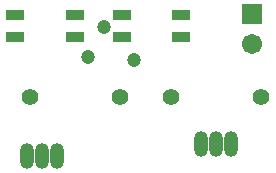
<source format=gts>
G04*
G04 #@! TF.GenerationSoftware,Altium Limited,Altium Designer,25.7.1 (20)*
G04*
G04 Layer_Color=8388736*
%FSLAX44Y44*%
%MOMM*%
G71*
G04*
G04 #@! TF.SameCoordinates,1FEF7C1C-ADAA-44E2-BD5A-CF82835D82FB*
G04*
G04*
G04 #@! TF.FilePolarity,Negative*
G04*
G01*
G75*
%ADD14R,1.5032X0.9032*%
%ADD15O,1.2032X2.2032*%
%ADD16O,1.2032X2.2032*%
%ADD17C,1.7032*%
%ADD18C,1.4032*%
%ADD19R,1.7032X1.7032*%
%ADD20C,1.2032*%
D14*
X160001Y120500D02*
D03*
X110001D02*
D03*
X160001Y139500D02*
D03*
X110001D02*
D03*
X70001D02*
D03*
Y120500D02*
D03*
X20001Y139500D02*
D03*
Y120500D02*
D03*
D15*
X202700Y30000D02*
D03*
X177300D02*
D03*
X30000Y20000D02*
D03*
X55400D02*
D03*
D16*
X190000Y30000D02*
D03*
X42700Y20000D02*
D03*
D17*
X220000Y114600D02*
D03*
D18*
X228100Y70000D02*
D03*
X108100D02*
D03*
X31900D02*
D03*
X151900D02*
D03*
D19*
X220000Y140000D02*
D03*
D20*
X120500Y101000D02*
D03*
X94750Y129460D02*
D03*
X81500Y103750D02*
D03*
M02*

</source>
